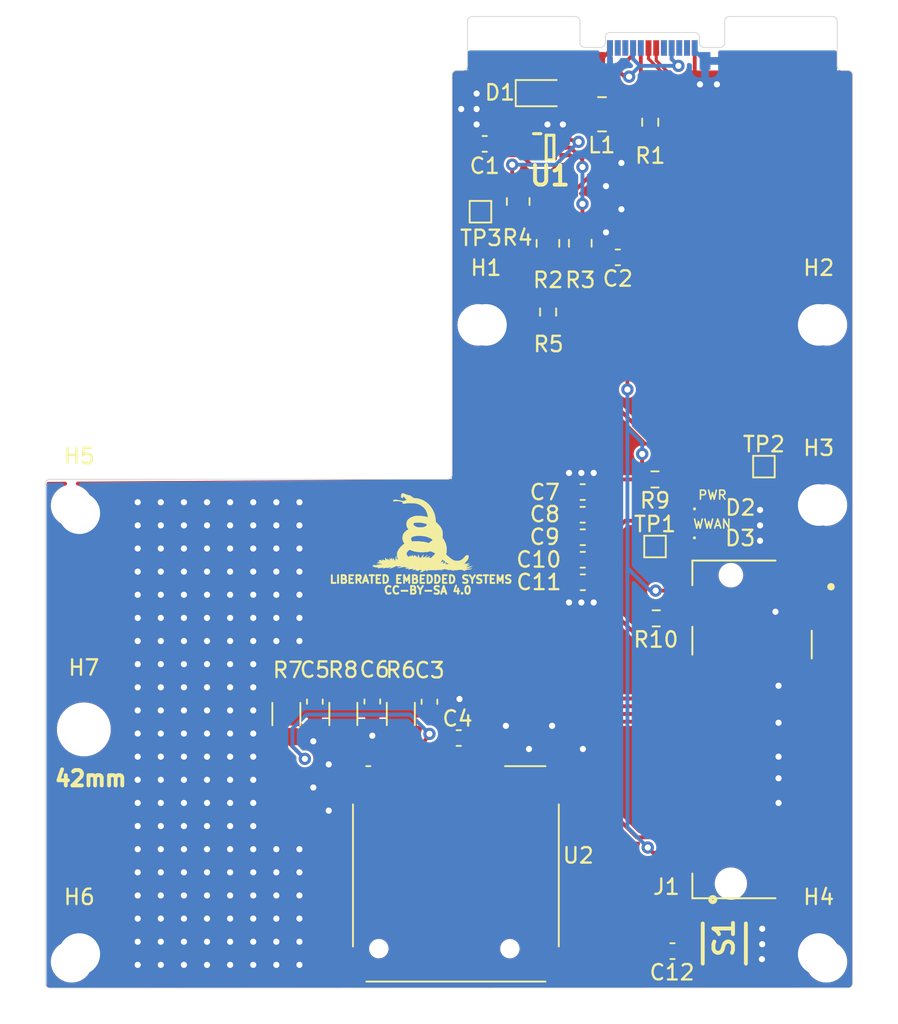
<source format=kicad_pcb>
(kicad_pcb (version 20221018) (generator pcbnew)

  (general
    (thickness 1.6)
  )

  (paper "A4")
  (title_block
    (title "Project Roamer")
    (rev "X1")
    (company "Liberated Embedded Systems")
    (comment 1 "This work is licensed under a Creative Commons Attribution 4.0 International License")
    (comment 2 "Original design from https://frame.work")
  )

  (layers
    (0 "F.Cu" signal)
    (31 "B.Cu" signal)
    (32 "B.Adhes" user "B.Adhesive")
    (33 "F.Adhes" user "F.Adhesive")
    (34 "B.Paste" user)
    (35 "F.Paste" user)
    (36 "B.SilkS" user "B.Silkscreen")
    (37 "F.SilkS" user "F.Silkscreen")
    (38 "B.Mask" user)
    (39 "F.Mask" user)
    (40 "Dwgs.User" user "User.Drawings")
    (41 "Cmts.User" user "User.Comments")
    (42 "Eco1.User" user "User.Eco1")
    (43 "Eco2.User" user "User.Eco2")
    (44 "Edge.Cuts" user)
    (45 "Margin" user)
    (46 "B.CrtYd" user "B.Courtyard")
    (47 "F.CrtYd" user "F.Courtyard")
    (48 "B.Fab" user)
    (49 "F.Fab" user)
  )

  (setup
    (stackup
      (layer "F.SilkS" (type "Top Silk Screen"))
      (layer "F.Paste" (type "Top Solder Paste"))
      (layer "F.Mask" (type "Top Solder Mask") (thickness 0.01))
      (layer "F.Cu" (type "copper") (thickness 0.035))
      (layer "dielectric 1" (type "core") (thickness 1.51) (material "FR4") (epsilon_r 4.5) (loss_tangent 0.02))
      (layer "B.Cu" (type "copper") (thickness 0.035))
      (layer "B.Mask" (type "Bottom Solder Mask") (thickness 0.01))
      (layer "B.Paste" (type "Bottom Solder Paste"))
      (layer "B.SilkS" (type "Bottom Silk Screen"))
      (copper_finish "None")
      (dielectric_constraints no)
    )
    (pad_to_mask_clearance 0)
    (aux_axis_origin 100.5 190)
    (grid_origin 100.5 190)
    (pcbplotparams
      (layerselection 0x00010fc_ffffffff)
      (plot_on_all_layers_selection 0x0000000_00000000)
      (disableapertmacros false)
      (usegerberextensions false)
      (usegerberattributes true)
      (usegerberadvancedattributes true)
      (creategerberjobfile true)
      (dashed_line_dash_ratio 12.000000)
      (dashed_line_gap_ratio 3.000000)
      (svgprecision 4)
      (plotframeref false)
      (viasonmask false)
      (mode 1)
      (useauxorigin false)
      (hpglpennumber 1)
      (hpglpenspeed 20)
      (hpglpendiameter 15.000000)
      (dxfpolygonmode true)
      (dxfimperialunits true)
      (dxfusepcbnewfont true)
      (psnegative false)
      (psa4output false)
      (plotreference true)
      (plotvalue true)
      (plotinvisibletext false)
      (sketchpadsonfab false)
      (subtractmaskfromsilk false)
      (outputformat 3)
      (mirror false)
      (drillshape 0)
      (scaleselection 1)
      (outputdirectory "")
    )
  )

  (net 0 "")
  (net 1 "GND")
  (net 2 "+3.3V")
  (net 3 "VBUS")
  (net 4 "/UIM-RESET")
  (net 5 "/UIM-CLK")
  (net 6 "/UIM-DATA")
  (net 7 "/UIM-PWR")
  (net 8 "/RESET")
  (net 9 "Net-(D1-A)")
  (net 10 "Net-(D2-A)")
  (net 11 "/WWAN_ACTIVITY")
  (net 12 "Net-(D3-A)")
  (net 13 "unconnected-(J1-CONFIG_3-Pad1)")
  (net 14 "Net-(J1-~{FULL_CARD_POWER_OFF})")
  (net 15 "/USB_D+")
  (net 16 "unconnected-(J1-~{W_DISABLE1}-Pad8)")
  (net 17 "/USB_D-")
  (net 18 "unconnected-(J1-GPIO_5-Pad20)")
  (net 19 "unconnected-(J1-CONFIG_0-Pad21)")
  (net 20 "unconnected-(J1-GPIO_6-Pad22)")
  (net 21 "Net-(J1-GPIO_11)")
  (net 22 "unconnected-(J1-GPIO_7-Pad24)")
  (net 23 "unconnected-(J1-DPR-Pad25)")
  (net 24 "unconnected-(J1-GPIO_10-Pad26)")
  (net 25 "unconnected-(J1-GPIO_8-Pad28)")
  (net 26 "unconnected-(J1-PERn1{slash}USB3.0-Rx-{slash}SSIC-RxN-Pad29)")
  (net 27 "unconnected-(J1-PERp1{slash}USB3.0-Rx+{slash}SSIC-RxP-Pad31)")
  (net 28 "unconnected-(J1-PETn1{slash}USB3.0-Tx-{slash}SSIC-TxN-Pad35)")
  (net 29 "unconnected-(J1-PETp1{slash}USB3.0-Tx+{slash}SSIC-TxP-Pad37)")
  (net 30 "unconnected-(J1-DEVSLP-Pad38)")
  (net 31 "unconnected-(J1-GPIO_0-Pad40)")
  (net 32 "unconnected-(J1-PERn0{slash}SATA-B+-Pad41)")
  (net 33 "unconnected-(J1-GPIO_1-Pad42)")
  (net 34 "unconnected-(J1-PERp0{slash}SATA-B--Pad43)")
  (net 35 "unconnected-(J1-GPIO_2-Pad44)")
  (net 36 "unconnected-(J1-GPIO_3-Pad46)")
  (net 37 "unconnected-(J1-PETn0{slash}SATA-A--Pad47)")
  (net 38 "unconnected-(J1-GPIO_4-Pad48)")
  (net 39 "unconnected-(J1-PETp0{slash}SATA-A+-Pad49)")
  (net 40 "unconnected-(J1-~{PERST}-Pad50)")
  (net 41 "unconnected-(J1-~{CLKREQ}-Pad52)")
  (net 42 "unconnected-(J1-REFCLKn-Pad53)")
  (net 43 "unconnected-(J1-~{PEWAKE}-Pad54)")
  (net 44 "unconnected-(J1-REFCLKp-Pad55)")
  (net 45 "unconnected-(J1-NC-Pad56)")
  (net 46 "unconnected-(J1-NC-Pad58)")
  (net 47 "unconnected-(J1-ANTCTL0-Pad59)")
  (net 48 "unconnected-(J1-COEX3-Pad60)")
  (net 49 "unconnected-(J1-ANTCTL1-Pad61)")
  (net 50 "unconnected-(J1-COEX2-Pad62)")
  (net 51 "unconnected-(J1-ANTCTL2-Pad63)")
  (net 52 "unconnected-(J1-COEX1-Pad64)")
  (net 53 "unconnected-(J1-ANTCTL3-Pad65)")
  (net 54 "/SIM_DETECT")
  (net 55 "unconnected-(J1-SUSCLK-Pad68)")
  (net 56 "unconnected-(J1-CONFIG_1-Pad69)")
  (net 57 "unconnected-(J1-CONFIG_2-Pad75)")
  (net 58 "Net-(U1-SW)")
  (net 59 "Net-(P1-CC)")
  (net 60 "unconnected-(P1-VCONN-PadB5)")
  (net 61 "Net-(U1-FB)")
  (net 62 "Net-(U1-PG)")
  (net 63 "Net-(U2-I{slash}O)")
  (net 64 "Net-(U2-RST)")
  (net 65 "Net-(U2-CLK)")
  (net 66 "unconnected-(S1-Pad2)")
  (net 67 "unconnected-(S1-Pad4)")
  (net 68 "unconnected-(U2-VPP-PadC6)")

  (footprint "Capacitor_SMD:C_0603_1608Metric" (layer "F.Cu") (at 141.215 187.61))

  (footprint "Diode_SMD:D_SOD-323" (layer "F.Cu") (at 132.65 131.97))

  (footprint "Connector_USB:USB_C_Plug_Molex_105444" (layer "F.Cu") (at 139.918 129))

  (footprint "TPS:SOTFL50P160X60-6N" (layer "F.Cu") (at 133.268 135.5))

  (footprint "MountingHole:MountingHole_2.7mm_M2.5" (layer "F.Cu") (at 129.108 147))

  (footprint "Resistor_SMD:R_0805_2012Metric" (layer "F.Cu") (at 135.23 141.7025 -90))

  (footprint "MountingHole:MountingHole_2.7mm_M2.5" (layer "F.Cu") (at 150.708 147))

  (footprint "Resistor_SMD:R_1206_3216Metric" (layer "F.Cu") (at 119.85 172.23 90))

  (footprint "Capacitor_SMD:C_0603_1608Metric" (layer "F.Cu") (at 121.73 171.425 90))

  (footprint "TestPoint:TestPoint_Pad_1.0x1.0mm" (layer "F.Cu") (at 140.08 161.37))

  (footprint "MountingHole:MountingHole_2.7mm_M2.5" (layer "F.Cu") (at 102.71 187.8))

  (footprint "NGFF:TE_2199119-3" (layer "F.Cu") (at 145.005 173.23 -90))

  (footprint "Capacitor_SMD:C_0603_1608Metric" (layer "F.Cu") (at 127.34 173.79 180))

  (footprint "Diode_SMD:D_0402_1005Metric" (layer "F.Cu") (at 143.73 160.81))

  (footprint "TestPoint:TestPoint_Pad_1.0x1.0mm" (layer "F.Cu") (at 147.15 156.19))

  (footprint "Capacitor_SMD:C_0603_1608Metric" (layer "F.Cu") (at 125.44 171.44 90))

  (footprint "NSCCP-D-06-G-SMT-SW-T:NSCCP-D-06-G-SMT-SW-T&slash_R" (layer "F.Cu") (at 127.1548 182.5986))

  (footprint "Resistor_SMD:R_1206_3216Metric" (layer "F.Cu") (at 123.58 172.2325 90))

  (footprint "Capacitor_SMD:C_0603_1608Metric" (layer "F.Cu") (at 135.39 162.23 180))

  (footprint "Capacitor_SMD:C_0603_1608Metric" (layer "F.Cu") (at 135.39 160.77 180))

  (footprint "Capacitor_SMD:C_0603_1608Metric" (layer "F.Cu") (at 129.025 135.26 180))

  (footprint "Resistor_SMD:R_0603_1608Metric" (layer "F.Cu") (at 140.08 157.02))

  (footprint "Resistor_SMD:R_1206_3216Metric" (layer "F.Cu") (at 116.15 172.2375 90))

  (footprint "Capacitor_SMD:C_0603_1608Metric" (layer "F.Cu") (at 135.385 157.84 180))

  (footprint "Resistor_SMD:R_0805_2012Metric" (layer "F.Cu") (at 131.2 138.9975 -90))

  (footprint "Capacitor_SMD:C_0603_1608Metric" (layer "F.Cu") (at 118 171.435 -90))

  (footprint "MountingHole:MountingHole_2.7mm_M2.5" (layer "F.Cu") (at 150.708 187.8))

  (footprint "Resistor_SMD:R_0603_1608Metric" (layer "F.Cu") (at 140.16 166.03))

  (footprint "TestPoint:TestPoint_Pad_1.0x1.0mm" (layer "F.Cu") (at 128.75 139.66))

  (footprint "Inductor_SMD:L_1008_2520Metric" (layer "F.Cu") (at 136.64 133.34))

  (footprint "Resistor_SMD:R_0603_1608Metric" (layer "F.Cu") (at 139.77 133.855 -90))

  (footprint "MountingHole:MountingHole_2.7mm_M2.5" (layer "F.Cu") (at 150.708 158.68))

  (footprint "Capacitor_SMD:C_0603_1608Metric" (layer "F.Cu") (at 135.395 163.69 180))

  (footprint "MountingHole:MountingHole_2.7mm_M2.5" (layer "F.Cu") (at 102.71 159.21))

  (footprint "Capacitor_SMD:C_0603_1608Metric" (layer "F.Cu") (at 137.665 142.62 180))

  (footprint "Resistor_SMD:R_0805_2012Metric" (layer "F.Cu") (at 133.13 141.71 -90))

  (footprint "Diode_SMD:D_0402_1005Metric" (layer "F.Cu") (at 143.7375 158.93))

  (footprint "Capacitor_SMD:C_0603_1608Metric" (layer "F.Cu") (at 135.385 159.31 180))

  (footprint "KMR:KMR2_1" (layer "F.Cu") (at 144.58 187.1175 -90))

  (footprint "MountingHole:MountingHole_3mm" (layer "F.Cu") (at 103.005 173.23))

  (footprint "Resistor_SMD:R_0603_1608Metric" (layer "F.Cu") (at 133.14 146.165 -90))

  (gr_poly
    (pts
      (xy 125.335582 160.654571)
      (xy 125.337056 160.654777)
      (xy 125.33867 160.655129)
      (xy 125.34042 160.655628)
      (xy 125.3423 160.656273)
      (xy 125.344306 160.657063)
      (xy 125.346433 160.657999)
      (xy 125.348675 160.659079)
      (xy 125.351028 160.660303)
      (xy 125.353486 160.661671)
      (xy 125.356044 160.663182)
      (xy 125.358698 160.664836)
      (xy 125.361443 160.666633)
      (xy 125.364273 160.668572)
      (xy 125.367183 160.670652)
      (xy 125.370169 160.672874)
      (xy 125.373841 160.675681)
      (xy 125.377042 160.678208)
      (xy 125.379775 160.680469)
      (xy 125.382043 160.682478)
      (xy 125.383003 160.683393)
      (xy 125.383849 160.684249)
      (xy 125.384579 160.68505)
      (xy 125.385196 160.685796)
      (xy 125.385699 160.68649)
      (xy 125.386088 160.687134)
      (xy 125.386364 160.687728)
      (xy 125.386528 160.688275)
      (xy 125.386579 160.688776)
      (xy 125.386519 160.689234)
      (xy 125.386347 160.68965)
      (xy 125.386064 160.690025)
      (xy 125.385671 160.690362)
      (xy 125.385167 160.690663)
      (xy 125.384554 160.690928)
      (xy 125.383831 160.69116)
      (xy 125.382999 160.691361)
      (xy 125.382059 160.691531)
      (xy 125.38101 160.691674)
      (xy 125.379854 160.691791)
      (xy 125.377219 160.691953)
      (xy 125.374158 160.69203)
      (xy 125.37196 160.691979)
      (xy 125.369661 160.691733)
      (xy 125.367279 160.691302)
      (xy 125.364834 160.690696)
      (xy 125.362345 160.689924)
      (xy 125.35983 160.688996)
      (xy 125.357309 160.687922)
      (xy 125.354799 160.686712)
      (xy 125.352322 160.685376)
      (xy 125.349895 160.683922)
      (xy 125.347537 160.682362)
      (xy 125.345267 160.680705)
      (xy 125.343105 160.67896)
      (xy 125.341069 160.677137)
      (xy 125.339178 160.675246)
      (xy 125.337452 160.673298)
      (xy 125.336527 160.672164)
      (xy 125.335663 160.671064)
      (xy 125.334859 160.67)
      (xy 125.334114 160.668969)
      (xy 125.333427 160.667974)
      (xy 125.332798 160.667013)
      (xy 125.332226 160.666087)
      (xy 125.331711 160.665196)
      (xy 125.33125 160.664341)
      (xy 125.330845 160.66352)
      (xy 125.330493 160.662735)
      (xy 125.330195 160.661984)
      (xy 125.329949 160.66127)
      (xy 125.329755 160.660591)
      (xy 125.329611 160.659947)
      (xy 125.329518 160.659339)
      (xy 125.329475 160.658767)
      (xy 125.32948 160.658231)
      (xy 125.329533 160.657731)
      (xy 125.329634 160.657266)
      (xy 125.329781 160.656838)
      (xy 125.329871 160.656638)
      (xy 125.329974 160.656446)
      (xy 125.330087 160.656264)
      (xy 125.330211 160.656091)
      (xy 125.330347 160.655926)
      (xy 125.330493 160.655771)
      (xy 125.330819 160.655489)
      (xy 125.331187 160.655242)
      (xy 125.331598 160.655033)
      (xy 125.332049 160.65486)
      (xy 125.332542 160.654724)
      (xy 125.333074 160.654625)
      (xy 125.333645 160.654563)
      (xy 125.334254 160.654539)
      (xy 125.334254 160.654512)
    )

    (stroke (width 0.01277) (type solid)) (fill solid) (layer "F.SilkS") (tstamp 00282951-98f4-4854-8e1e-20fd5ca33433))
  (gr_poly
    (pts
      (xy 125.562531 159.59445)
      (xy 125.562913 159.594469)
      (xy 125.56329 159.594501)
      (xy 125.563662 159.594545)
      (xy 125.564029 159.594601)
      (xy 125.564391 159.594669)
      (xy 125.564747 159.594749)
      (xy 125.565099 159.59484)
      (xy 125.565445 159.594943)
      (xy 125.565786 159.595057)
      (xy 125.566121 159.595182)
      (xy 125.566451 159.595318)
      (xy 125.566774 159.595464)
      (xy 125.567093 159.595621)
      (xy 125.567405 159.595789)
      (xy 125.567711 159.595966)
      (xy 125.568011 159.596153)
      (xy 125.568305 159.59635)
      (xy 125.568593 159.596557)
      (xy 125.568874 159.596773)
      (xy 125.569418 159.597233)
      (xy 125.569935 159.597728)
      (xy 125.570424 159.598256)
      (xy 125.570886 159.598817)
      (xy 125.571319 159.599409)
      (xy 125.571723 159.600031)
      (xy 125.5721 159.600678)
      (xy 125.572455 159.60135)
      (xy 125.572787 159.602044)
      (xy 125.573096 159.60276)
      (xy 125.573381 159.603498)
      (xy 125.573644 159.604257)
      (xy 125.573882 159.605035)
      (xy 125.574096 159.605832)
      (xy 125.574286 159.606648)
      (xy 125.574452 159.60748)
      (xy 125.574592 159.60833)
      (xy 125.574708 159.609196)
      (xy 125.574798 159.610076)
      (xy 125.574863 159.610971)
      (xy 125.574902 159.61188)
      (xy 125.574915 159.612801)
      (xy 125.574902 159.613735)
      (xy 125.574863 159.614681)
      (xy 125.574798 159.615637)
      (xy 125.574708 159.616601)
      (xy 125.574592 159.617569)
      (xy 125.574452 159.618542)
      (xy 125.574286 159.619515)
      (xy 125.574096 159.620487)
      (xy 125.573882 159.621456)
      (xy 125.573644 159.622419)
      (xy 125.573381 159.623375)
      (xy 125.573096 159.624322)
      (xy 125.572787 159.625256)
      (xy 125.572455 159.626176)
      (xy 125.5721 159.62708)
      (xy 125.571723 159.627966)
      (xy 125.571319 159.628833)
      (xy 125.570886 159.629682)
      (xy 125.570424 159.630512)
      (xy 125.569935 159.631322)
      (xy 125.569418 159.632111)
      (xy 125.568874 159.632878)
      (xy 125.568305 159.633623)
      (xy 125.567711 159.634343)
      (xy 125.567093 159.635039)
      (xy 125.566451 159.63571)
      (xy 125.565786 159.636353)
      (xy 125.565099 159.63697)
      (xy 125.564391 159.637557)
      (xy 125.563662 159.638116)
      (xy 125.562913 159.638643)
      (xy 125.562145 159.63914)
      (xy 125.561817 159.639334)
      (xy 125.561493 159.639508)
      (xy 125.561172 159.639664)
      (xy 125.560854 159.6398)
      (xy 125.56054 159.639918)
      (xy 125.560229 159.640018)
      (xy 125.559921 159.640099)
      (xy 125.559617 159.640163)
      (xy 125.559316 159.640208)
      (xy 125.559019 159.640236)
      (xy 125.558725 159.640246)
      (xy 125.558434 159.640239)
      (xy 125.558147 159.640214)
      (xy 125.557863 159.640173)
      (xy 125.557583 159.640115)
      (xy 125.557306 159.64004)
      (xy 125.557033 159.639949)
      (xy 125.556763 159.639842)
      (xy 125.556497 159.639719)
      (xy 125.556234 159.63958)
      (xy 125.555975 159.639425)
      (xy 125.55572 159.639255)
      (xy 125.555468 159.63907)
      (xy 125.55522 159.638869)
      (xy 125.554975 159.638654)
      (xy 125.554734 159.638424)
      (xy 125.554497 159.638179)
      (xy 125.554263 159.63792)
      (xy 125.554033 159.637647)
      (xy 125.553807 159.63736)
      (xy 125.553584 159.637059)
      (xy 125.553365 159.636745)
      (xy 125.552939 159.636077)
      (xy 125.552529 159.635356)
      (xy 125.552138 159.634583)
      (xy 125.551765 159.633761)
      (xy 125.551414 159.632889)
      (xy 125.551086 159.63197)
      (xy 125.550781 159.631004)
      (xy 125.550502 159.629992)
      (xy 125.55025 159.628935)
      (xy 125.550027 159.627835)
      (xy 125.549834 159.626693)
      (xy 125.549673 159.625509)
      (xy 125.549545 159.624285)
      (xy 125.549451 159.623022)
      (xy 125.549394 159.621721)
      (xy 125.549375 159.620383)
      (xy 125.549394 159.619037)
      (xy 125.549451 159.61771)
      (xy 125.549545 159.616405)
      (xy 125.549673 159.615122)
      (xy 125.549834 159.613864)
      (xy 125.550027 159.612631)
      (xy 125.55025 159.611425)
      (xy 125.550502 159.610247)
      (xy 125.550781 159.6091)
      (xy 125.551086 159.607983)
      (xy 125.551414 159.6069)
      (xy 125.551765 159.605851)
      (xy 125.552138 159.604838)
      (xy 125.552529 159.603861)
      (xy 125.552939 159.602924)
      (xy 125.553365 159.602026)
      (xy 125.553807 159.60117)
      (xy 125.554263 159.600357)
      (xy 125.554734 159.599589)
      (xy 125.55522 159.598868)
      (xy 125.55572 159.598195)
      (xy 125.556234 159.597572)
      (xy 125.556763 159.597)
      (xy 125.557306 159.596481)
      (xy 125.557863 159.596017)
      (xy 125.558147 159.595806)
      (xy 125.558434 159.59561)
      (xy 125.558725 159.595427)
      (xy 125.559019 159.59526)
      (xy 125.559316 159.595108)
      (xy 125.559617 159.594971)
      (xy 125.559921 159.594849)
      (xy 125.560229 159.594743)
      (xy 125.56054 159.594652)
      (xy 125.560854 159.594578)
      (xy 125.561172 159.594519)
      (xy 125.561493 159.594477)
      (xy 125.561817 159.594452)
      (xy 125.562145 159.594444)
    )

    (stroke (width 0) (type solid)) (fill solid) (layer "F.SilkS") (tstamp 0071a64c-fbfc-4274-8967-ec68a00d3c44))
  (gr_poly
    (pts
      (xy 124.933094 162.115864)
      (xy 124.934828 162.115895)
      (xy 124.9366 162.115947)
      (xy 124.938413 162.116019)
      (xy 124.986294 162.117872)
      (xy 124.952365 162.178531)
      (xy 124.943267 162.194528)
      (xy 124.939296 162.201168)
      (xy 124.935684 162.20693)
      (xy 124.932408 162.211833)
      (xy 124.929446 162.215898)
      (xy 124.926779 162.219144)
      (xy 124.924383 162.221593)
      (xy 124.923281 162.222523)
      (xy 124.922239 162.223262)
      (xy 124.921254 162.223812)
      (xy 124.920324 162.224174)
      (xy 124.919446 162.224351)
      (xy 124.918617 162.224347)
      (xy 124.917835 162.224163)
      (xy 124.917098 162.223802)
      (xy 124.916401 162.223267)
      (xy 124.915743 162.222559)
      (xy 124.915122 162.221682)
      (xy 124.914534 162.220638)
      (xy 124.913447 162.218059)
      (xy 124.912461 162.214842)
      (xy 124.911368 162.210894)
      (xy 124.910306 162.20749)
      (xy 124.909771 162.205994)
      (xy 124.909226 162.204637)
      (xy 124.908664 162.20342)
      (xy 124.908079 162.202343)
      (xy 124.907465 162.201409)
      (xy 124.906815 162.200616)
      (xy 124.906124 162.199968)
      (xy 124.905385 162.199464)
      (xy 124.904591 162.199106)
      (xy 124.903737 162.198894)
      (xy 124.902817 162.198829)
      (xy 124.901823 162.198914)
      (xy 124.900751 162.199147)
      (xy 124.899593 162.199531)
      (xy 124.898344 162.200067)
      (xy 124.896998 162.200754)
      (xy 124.895547 162.201596)
      (xy 124.893987 162.202591)
      (xy 124.89231 162.203742)
      (xy 124.89051 162.205049)
      (xy 124.886519 162.208135)
      (xy 124.881963 162.211858)
      (xy 124.876793 162.216225)
      (xy 124.870959 162.221245)
      (xy 124.868469 162.223254)
      (xy 124.865742 162.225196)
      (xy 124.862806 162.22707)
      (xy 124.859691 162.228877)
      (xy 124.856424 162.230617)
      (xy 124.853035 162.232293)
      (xy 124.849552 162.233903)
      (xy 124.846003 162.235449)
      (xy 124.838823 162.238352)
      (xy 124.831724 162.241005)
      (xy 124.818685 162.245587)
      (xy 124.793945 162.215657)
      (xy 124.790402 162.211304)
      (xy 124.786963 162.206791)
      (xy 124.783645 162.202154)
      (xy 124.780466 162.197428)
      (xy 124.777444 162.192648)
      (xy 124.774596 162.18785)
      (xy 124.771941 162.183068)
      (xy 124.769495 162.178339)
      (xy 124.767278 162.173697)
      (xy 124.765306 162.169178)
      (xy 124.763597 162.164817)
      (xy 124.76217 162.160649)
      (xy 124.761041 162.15671)
      (xy 124.76023 162.153035)
      (xy 124.759753 162.14966)
      (xy 124.759628 162.146619)
      (xy 124.759765 162.14253)
      (xy 124.759987 162.139051)
      (xy 124.760314 162.136193)
      (xy 124.760522 162.135)
      (xy 124.760763 162.133967)
      (xy 124.761039 162.133095)
      (xy 124.761352 162.132385)
      (xy 124.761706 162.131838)
      (xy 124.762101 162.131456)
      (xy 124.762541 162.131241)
      (xy 124.763028 162.131194)
      (xy 124.763563 162.131315)
      (xy 124.76415 162.131607)
      (xy 124.76479 162.132071)
      (xy 124.765486 162.132708)
      (xy 124.766241 162.13352)
      (xy 124.767055 162.134507)
      (xy 124.767933 162.135672)
      (xy 124.768875 162.137016)
      (xy 124.770965 162.140246)
      (xy 124.773342 162.144207)
      (xy 124.776025 162.14891)
      (xy 124.779032 162.154368)
      (xy 124.782382 162.16059)
      (xy 124.804732 162.202492)
      (xy 124.847833 162.158195)
      (xy 124.853422 162.15252)
      (xy 124.85872 162.147338)
      (xy 124.863768 162.142631)
      (xy 124.868606 162.138378)
      (xy 124.873273 162.134561)
      (xy 124.87781 162.131161)
      (xy 124.882258 162.12816)
      (xy 124.886655 162.125536)
      (xy 124.891043 162.123273)
      (xy 124.895461 162.12135)
      (xy 124.899949 162.119748)
      (xy 124.904548 162.118449)
      (xy 124.909297 162.117433)
      (xy 124.914236 162.116681)
      (xy 124.919407 162.116174)
      (xy 124.924847 162.115894)
      (xy 124.924847 162.116019)
      (xy 124.926454 162.115947)
      (xy 124.928078 162.115895)
      (xy 124.929723 162.115864)
      (xy 124.931394 162.115854)
    )

    (stroke (width 0.01277) (type solid)) (fill solid) (layer "F.SilkS") (tstamp 007da063-6df0-49a7-8215-9d77ac372752))
  (gr_poly
    (pts
      (xy 124.381676 159.568472)
      (xy 124.382645 159.568547)
      (xy 124.3836 159.568669)
      (xy 124.384541 159.568838)
      (xy 124.385465 159.569052)
      (xy 124.386372 159.569311)
      (xy 124.387261 159.569612)
      (xy 124.388129 159.569956)
      (xy 124.388977 159.57034)
      (xy 124.389802 159.570764)
      (xy 124.390604 159.571226)
      (xy 124.391382 159.571725)
      (xy 124.392133 159.57226)
      (xy 124.392857 159.572829)
      (xy 124.393553 159.573432)
      (xy 124.394219 159.574067)
      (xy 124.394855 159.574733)
      (xy 124.395458 159.575428)
      (xy 124.396028 159.576152)
      (xy 124.396564 159.576903)
      (xy 124.397063 159.577681)
      (xy 124.397526 159.578483)
      (xy 124.39795 159.579309)
      (xy 124.398335 159.580157)
      (xy 124.39868 159.581026)
      (xy 124.398982 159.581916)
      (xy 124.399241 159.582824)
      (xy 124.399456 159.58375)
      (xy 124.399626 159.584692)
      (xy 124.399748 159.585649)
      (xy 124.399822 159.58662)
      (xy 124.399847 159.587604)
      (xy 124.399822 159.588588)
      (xy 124.399748 159.589559)
      (xy 124.399626 159.590516)
      (xy 124.399456 159.591458)
      (xy 124.399241 159.592384)
      (xy 124.398982 159.593292)
      (xy 124.39868 159.594182)
      (xy 124.398335 159.595051)
      (xy 124.39795 159.595899)
      (xy 124.397526 159.596725)
      (xy 124.397063 159.597527)
      (xy 124.396564 159.598305)
      (xy 124.396028 159.599056)
      (xy 124.395458 159.59978)
      (xy 124.394855 159.600476)
      (xy 124.394219 159.601141)
      (xy 124.393553 159.601776)
      (xy 124.392857 159.602379)
      (xy 124.392133 159.602948)
      (xy 124.391382 159.603483)
      (xy 124.390604 159.603982)
      (xy 124.389802 159.604444)
      (xy 124.388977 159.604868)
      (xy 124.388129 159.605252)
      (xy 124.387261 159.605596)
      (xy 124.386372 159.605898)
      (xy 124.385465 159.606156)
      (xy 124.384541 159.606371)
      (xy 124.3836 159.606539)
      (xy 124.382645 159.606662)
      (xy 124.381676 159.606736)
      (xy 124.380695 159.606761)
      (xy 124.379711 159.606736)
      (xy 124.378739 159.606661)
      (xy 124.377782 159.606539)
      (xy 124.376839 159.606369)
      (xy 124.375914 159.606155)
      (xy 124.375005 159.605895)
      (xy 124.374116 159.605593)
      (xy 124.373247 159.605248)
      (xy 124.372398 159.604863)
      (xy 124.371573 159.604439)
      (xy 124.370771 159.603976)
      (xy 124.369993 159.603476)
      (xy 124.369242 159.602941)
      (xy 124.368519 159.60237)
      (xy 124.367823 159.601767)
      (xy 124.367158 159.601132)
      (xy 124.366523 159.600465)
      (xy 124.365921 159.599769)
      (xy 124.365352 159.599045)
      (xy 124.364817 159.598293)
      (xy 124.364319 159.597516)
      (xy 124.363857 159.596714)
      (xy 124.363434 159.595888)
      (xy 124.363049 159.59504)
      (xy 124.362706 159.594171)
      (xy 124.362405 159.593283)
      (xy 124.362146 159.592375)
      (xy 124.361932 159.591451)
      (xy 124.361763 159.59051)
      (xy 124.361641 159.589555)
      (xy 124.361567 159.588586)
      (xy 124.361542 159.587604)
      (xy 124.361567 159.58662)
      (xy 124.361641 159.585649)
      (xy 124.361764 159.584692)
      (xy 124.361933 159.58375)
      (xy 124.362148 159.582824)
      (xy 124.362407 159.581916)
      (xy 124.36271 159.581026)
      (xy 124.363054 159.580157)
      (xy 124.363439 159.579309)
      (xy 124.363864 159.578483)
      (xy 124.364326 159.577681)
      (xy 124.364826 159.576903)
      (xy 124.365361 159.576152)
      (xy 124.365931 159.575428)
      (xy 124.366535 159.574733)
      (xy 124.36717 159.574067)
      (xy 124.367836 159.573432)
      (xy 124.368532 159.572829)
      (xy 124.369256 159.57226)
      (xy 124.370008 159.571725)
      (xy 124.370785 159.571226)
      (xy 124.371587 159.570764)
      (xy 124.372412 159.57034)
      (xy 124.37326 159.569956)
      (xy 124.374129 159.569612)
      (xy 124.375017 159.569311)
      (xy 124.375924 159.569052)
      (xy 124.376849 159.568838)
      (xy 124.377789 159.568669)
      (xy 124.378744 159.568547)
      (xy 124.379713 159.568472)
      (xy 124.380695 159.568447)
    )

    (stroke (width 0.01277) (type solid)) (fill solid) (layer "F.SilkS") (tstamp 00bdc72a-0e36-41da-8f05-801c951fb7ca))
  (gr_poly
    (pts
      (xy 124.63429 162.595362)
      (xy 124.634669 162.595375)
      (xy 124.635449 162.595422)
      (xy 124.635863 162.595442)
      (xy 124.636303 162.59545)
      (xy 124.6368 162.595459)
      (xy 124.637294 162.595485)
      (xy 124.637785 162.595528)
      (xy 124.638272 162.595587)
      (xy 124.638755 162.595663)
      (xy 124.639234 162.595755)
      (xy 124.640181 162.595987)
      (xy 124.641111 162.59628)
      (xy 124.642022 162.596634)
      (xy 124.642914 162.597045)
      (xy 124.643785 162.597512)
      (xy 124.644635 162.598034)
      (xy 124.645461 162.598607)
      (xy 124.646263 162.599231)
      (xy 124.64704 162.599903)
      (xy 124.647791 162.600621)
      (xy 124.648513 162.601383)
      (xy 124.649207 162.602188)
      (xy 124.649871 162.603033)
      (xy 124.650504 162.603917)
      (xy 124.651104 162.604837)
      (xy 124.651671 162.605794)
      (xy 124.652203 162.606786)
      (xy 124.652699 162.607812)
      (xy 124.653159 162.60887)
      (xy 124.65358 162.60996)
      (xy 124.653962 162.61108)
      (xy 124.654303 162.61223)
      (xy 124.654602 162.613407)
      (xy 124.654859 162.614611)
      (xy 124.655071 162.61584)
      (xy 124.655239 162.617094)
      (xy 124.65536 162.618371)
      (xy 124.655433 162.619671)
      (xy 124.655458 162.620991)
      (xy 124.655434 162.62332)
      (xy 124.655358 162.625539)
      (xy 124.655223 162.627648)
      (xy 124.655132 162.628661)
      (xy 124.655024 162.629647)
      (xy 124.654899 162.630606)
      (xy 124.654755 162.631537)
      (xy 124.654592 162.632441)
      (xy 124.654409 162.633318)
      (xy 124.654205 162.634167)
      (xy 124.65398 162.63499)
      (xy 124.653733 162.635786)
      (xy 124.653463 162.636554)
      (xy 124.653173 162.637296)
      (xy 124.652867 162.638009)
      (xy 124.652545 162.638694)
      (xy 124.652208 162.63935)
      (xy 124.651855 162.639978)
      (xy 124.651488 162.640577)
      (xy 124.651107 162.641147)
      (xy 124.650711 162.641687)
      (xy 124.650302 162.642198)
      (xy 124.649879 162.642679)
      (xy 124.649443 162.643131)
      (xy 124.648994 162.643553)
      (xy 124.648533 162.643944)
      (xy 124.64806 162.644305)
      (xy 124.647574 162.644636)
      (xy 124.647078 162.644936)
      (xy 124.646567 162.645203)
      (xy 124.646041 162.645436)
      (xy 124.645501 162.645636)
      (xy 124.644947 162.645802)
      (xy 124.644379 162.645936)
      (xy 124.6438 162.646037)
      (xy 124.643209 162.646106)
      (xy 124.642607 162.646143)
      (xy 124.641995 162.646149)
      (xy 124.641374 162.646123)
      (xy 124.640745 162.646067)
      (xy 124.640108 162.64598)
      (xy 124.639464 162.645863)
      (xy 124.638815 162.645716)
      (xy 124.63816 162.645539)
      (xy 124.6375 162.645333)
      (xy 124.636833 162.645099)
      (xy 124.636156 162.644836)
      (xy 124.635469 162.644544)
      (xy 124.634773 162.644222)
      (xy 124.634068 162.643869)
      (xy 124.633355 162.643485)
      (xy 124.632635 162.643069)
      (xy 124.631908 162.642619)
      (xy 124.631176 162.642136)
      (xy 124.630437 162.641619)
      (xy 124.629694 162.641067)
      (xy 124.628947 162.640478)
      (xy 124.628196 162.639853)
      (xy 124.627442 162.639191)
      (xy 124.626685 162.638491)
      (xy 124.625927 162.637752)
      (xy 124.62526 162.63706)
      (xy 124.624625 162.636354)
      (xy 124.624023 162.635634)
      (xy 124.623451 162.634901)
      (xy 124.62291 162.634155)
      (xy 124.622399 162.633399)
      (xy 124.621916 162.632631)
      (xy 124.621461 162.631854)
      (xy 124.621034 162.631067)
      (xy 124.620633 162.630273)
      (xy 124.620258 162.629471)
      (xy 124.619908 162.628662)
      (xy 124.619583 162.627848)
      (xy 124.61928 162.627029)
      (xy 124.619001 162.626207)
      (xy 124.618744 162.62538)
      (xy 124.61851 162.624551)
      (xy 124.6183 162.623719)
      (xy 124.618116 162.622885)
      (xy 124.617957 162.622049)
      (xy 124.617822 162.621213)
      (xy 124.617712 162.620378)
      (xy 124.617626 162.619543)
      (xy 124.617565 162.61871)
      (xy 124.617528 162.61788)
      (xy 124.617515 162.617054)
      (xy 124.617527 162.616231)
      (xy 124.617563 162.615414)
      (xy 124.617622 162.614602)
      (xy 124.617706 162.613798)
      (xy 124.617814 162.613)
      (xy 124.617946 162.612211)
      (xy 124.618101 162.611432)
      (xy 124.618282 162.610667)
      (xy 124.618486 162.609916)
      (xy 124.618714 162.609178)
      (xy 124.618965 162.608454)
      (xy 124.619239 162.607744)
      (xy 124.619535 162.607048)
      (xy 124.619853 162.606366)
      (xy 124.620193 162.605698)
      (xy 124.620553 162.605045)
      (xy 124.620934 162.604407)
      (xy 124.621335 162.603783)
      (xy 124.621756 162.603173)
      (xy 124.622197 162.602579)
      (xy 124.622656 162.602)
      (xy 124.623133 162.601436)
      (xy 124.623627 162.600888)
      (xy 124.624136 162.600357)
      (xy 124.62466 162.599846)
      (xy 124.6252 162.599355)
      (xy 124.625756 162.598885)
      (xy 124.62633 162.598437)
      (xy 124.62692 162.598013)
      (xy 124.627529 162.597614)
      (xy 124.628156 162.59724)
      (xy 124.628803 162.596894)
      (xy 124.629468 162.596575)
      (xy 124.630154 162.596287)
      (xy 124.630861 162.596029)
      (xy 124.631589 162.595802)
      (xy 124.632338 162.595609)
      (xy 124.63311 162.595449)
      (xy 124.63311 162.59545)
      (xy 124.633316 162.595417)
      (xy 124.633517 162.595392)
      (xy 124.633714 162.595375)
      (xy 124.633908 162.595365)
      (xy 124.6341 162.595361)
    )

    (stroke (wid
... [7837078 chars truncated]
</source>
